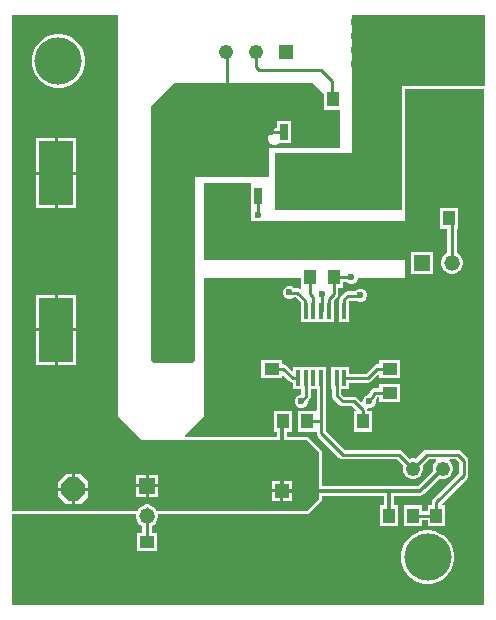
<source format=gtl>
G04*
G04 #@! TF.GenerationSoftware,Altium Limited,Altium Designer,21.6.4 (81)*
G04*
G04 Layer_Physical_Order=1*
G04 Layer_Color=255*
%FSLAX44Y44*%
%MOMM*%
G71*
G04*
G04 #@! TF.SameCoordinates,349311D0-8F54-414D-B441-84A76E2CFB74*
G04*
G04*
G04 #@! TF.FilePolarity,Positive*
G04*
G01*
G75*
%ADD13C,0.2540*%
%ADD16R,0.3556X1.4224*%
%ADD17R,3.0988X2.9972*%
%ADD18R,1.0000X1.2500*%
%ADD19R,1.2500X1.0000*%
%ADD20R,2.8956X5.4102*%
%ADD21R,0.7100X0.5900*%
%ADD22R,4.5200X3.8500*%
G04:AMPARAMS|DCode=42|XSize=1.372mm|YSize=0.71mm|CornerRadius=0mm|HoleSize=0mm|Usage=FLASHONLY|Rotation=270.000|XOffset=0mm|YOffset=0mm|HoleType=Round|Shape=Octagon|*
%AMOCTAGOND42*
4,1,8,-0.1775,-0.6860,0.1775,-0.6860,0.3550,-0.5085,0.3550,0.5085,0.1775,0.6860,-0.1775,0.6860,-0.3550,0.5085,-0.3550,-0.5085,-0.1775,-0.6860,0.0*
%
%ADD42OCTAGOND42*%

%ADD43R,0.7100X1.3720*%
%ADD44C,0.3000*%
%ADD45R,1.2000X1.2000*%
%ADD46C,1.2000*%
%ADD47R,1.3208X1.3208*%
%ADD48C,1.3208*%
%ADD49R,1.3208X1.3208*%
%ADD50C,1.2180*%
%ADD51R,1.2180X1.2180*%
%ADD52C,2.0320*%
%ADD53P,2.1994X8X22.5*%
%ADD54C,0.6000*%
%ADD55C,4.0000*%
G36*
X400209Y440209D02*
X400029Y440029D01*
X330000D01*
X330000Y335029D01*
X222500D01*
Y382529D01*
X287708D01*
Y500029D01*
X400209D01*
X400209Y440209D01*
D02*
G37*
G36*
X400000Y0D02*
X0D01*
Y77410D01*
X104853D01*
X105356Y76754D01*
Y74346D01*
X105979Y72021D01*
X107183Y69936D01*
X108886Y68233D01*
X110616Y67234D01*
Y61290D01*
X105710D01*
Y46210D01*
X123290D01*
Y61290D01*
X118385D01*
Y67234D01*
X120115Y68233D01*
X121817Y69936D01*
X123021Y72021D01*
X123644Y74346D01*
Y76754D01*
X124148Y77410D01*
X250000D01*
X250991Y77607D01*
X251831Y78169D01*
X261831Y88169D01*
X262393Y89009D01*
X262590Y90000D01*
Y92631D01*
X315381D01*
Y84540D01*
X311960D01*
Y66960D01*
X327040D01*
Y84540D01*
X323619D01*
Y92631D01*
X345900D01*
X347476Y92944D01*
X348813Y93837D01*
X362448Y107473D01*
X363764Y107120D01*
X366036D01*
X368231Y107708D01*
X370199Y108844D01*
X371806Y110451D01*
X372942Y112419D01*
X373530Y114614D01*
Y116886D01*
X372942Y119081D01*
X371806Y121049D01*
X370510Y122345D01*
X370949Y123615D01*
X375891D01*
X378615Y120891D01*
Y111609D01*
X356753Y89747D01*
X355911Y88487D01*
X355616Y87000D01*
Y84540D01*
X351960D01*
Y79635D01*
X347040D01*
Y84540D01*
X331960D01*
Y66960D01*
X347040D01*
Y71866D01*
X351960D01*
Y66960D01*
X367040D01*
Y84540D01*
X364330D01*
X363804Y85810D01*
X385247Y107253D01*
X386089Y108513D01*
X386385Y110000D01*
Y122500D01*
X386089Y123987D01*
X385247Y125247D01*
X380247Y130247D01*
X378987Y131089D01*
X377500Y131385D01*
X351250D01*
X349763Y131089D01*
X348503Y130247D01*
X342214Y123958D01*
X340636Y124380D01*
X338364D01*
X336786Y123958D01*
X330497Y130247D01*
X329237Y131089D01*
X327750Y131385D01*
X281609D01*
X265885Y147109D01*
Y155000D01*
Y182650D01*
X266318D01*
Y201954D01*
X238124D01*
Y199029D01*
X236951Y198543D01*
X232747Y202747D01*
X231487Y203589D01*
X230000Y203885D01*
X228790D01*
Y207540D01*
X211210D01*
Y192460D01*
X228790D01*
Y194057D01*
X229963Y194543D01*
X234951Y189555D01*
X236211Y188713D01*
X237698Y188417D01*
X238124D01*
Y182650D01*
X245161D01*
Y178155D01*
X245046Y178040D01*
X243898D01*
X241862Y177197D01*
X240303Y175638D01*
X239460Y173602D01*
Y171398D01*
X240303Y169362D01*
X241862Y167803D01*
X243898Y166960D01*
X246102D01*
X248138Y167803D01*
X249697Y169362D01*
X250540Y171398D01*
Y172546D01*
X251793Y173799D01*
X252635Y175059D01*
X252931Y176546D01*
Y182650D01*
X258115D01*
Y165010D01*
X257040Y164540D01*
Y164540D01*
X241960D01*
Y146960D01*
X257040D01*
Y146960D01*
X258115Y146490D01*
Y145500D01*
X258411Y144013D01*
X259253Y142753D01*
X277253Y124753D01*
X278513Y123911D01*
X280000Y123615D01*
X326141D01*
X331293Y118464D01*
X330870Y116886D01*
Y114614D01*
X331458Y112419D01*
X332594Y110451D01*
X334201Y108844D01*
X336169Y107708D01*
X338364Y107120D01*
X340636D01*
X342831Y107708D01*
X344799Y108844D01*
X346406Y110451D01*
X347542Y112419D01*
X348130Y114614D01*
Y116886D01*
X347707Y118464D01*
X352859Y123615D01*
X358852D01*
X359291Y122345D01*
X357994Y121049D01*
X356858Y119081D01*
X356270Y116886D01*
Y114614D01*
X356623Y113298D01*
X344194Y100869D01*
X262590D01*
Y130000D01*
X262393Y130991D01*
X261831Y131831D01*
X251831Y141831D01*
X250991Y142393D01*
X250000Y142590D01*
X232619D01*
Y146960D01*
X237040D01*
Y164540D01*
X221960D01*
Y146960D01*
X224381D01*
Y142590D01*
X146749D01*
X146263Y143763D01*
X162500Y160000D01*
X162500Y276750D01*
X244960D01*
Y268764D01*
X244048Y267845D01*
X243297Y268348D01*
X241810Y268643D01*
X239191D01*
X238138Y269697D01*
X236102Y270540D01*
X233898D01*
X231862Y269697D01*
X230303Y268138D01*
X229460Y266102D01*
Y263898D01*
X230303Y261862D01*
X231862Y260303D01*
X233898Y259460D01*
X236102D01*
X238138Y260303D01*
X238709Y260874D01*
X240201D01*
X244653Y256422D01*
Y249706D01*
X244728Y249331D01*
Y239546D01*
X272922D01*
Y258482D01*
X275247Y260807D01*
X276089Y262068D01*
X276385Y263554D01*
Y268710D01*
X280040D01*
Y273615D01*
X283550D01*
X284362Y272803D01*
X286398Y271960D01*
X288602D01*
X290638Y272803D01*
X292197Y274362D01*
X293040Y276398D01*
Y276750D01*
X332709D01*
Y292500D01*
X162500D01*
Y357500D01*
X202500D01*
Y355540D01*
X202460D01*
Y336740D01*
X202500D01*
Y325000D01*
X332709D01*
Y437439D01*
X400000D01*
Y0D01*
D02*
G37*
G36*
X264460Y433040D02*
Y419460D01*
X278000D01*
Y386750D01*
X218000D01*
Y362500D01*
X155000D01*
Y207500D01*
X152500Y205000D01*
X120000D01*
X117500Y207500D01*
Y422500D01*
X137500Y442500D01*
X255000D01*
X264460Y433040D01*
D02*
G37*
G36*
X90000Y160000D02*
X110000Y140000D01*
X250000D01*
X260000Y130000D01*
Y90000D01*
X250000Y80000D01*
X122490D01*
X121817Y81165D01*
X120115Y82867D01*
X118030Y84071D01*
X117740Y84148D01*
X117247Y84887D01*
X115987Y85729D01*
X114500Y86025D01*
X113013Y85729D01*
X111753Y84887D01*
X111260Y84148D01*
X110971Y84071D01*
X108886Y82867D01*
X107183Y81165D01*
X106511Y80000D01*
X0D01*
Y500000D01*
X90000D01*
Y160000D01*
D02*
G37*
%LPC*%
G36*
X377540Y336290D02*
X362460D01*
Y318710D01*
X368815D01*
Y298316D01*
X367085Y297317D01*
X365383Y295614D01*
X364179Y293529D01*
X363556Y291204D01*
Y288796D01*
X364179Y286471D01*
X365383Y284386D01*
X367085Y282683D01*
X369170Y281479D01*
X371496Y280856D01*
X373904D01*
X376229Y281479D01*
X378315Y282683D01*
X380017Y284386D01*
X381221Y286471D01*
X381844Y288796D01*
Y291204D01*
X381221Y293529D01*
X380017Y295614D01*
X378315Y297317D01*
X376585Y298316D01*
Y318710D01*
X377540D01*
Y336290D01*
D02*
G37*
G36*
X356444Y299144D02*
X338156D01*
Y280856D01*
X356444D01*
Y299144D01*
D02*
G37*
G36*
X296102Y268040D02*
X293898D01*
X291862Y267197D01*
X290388Y265723D01*
X284338D01*
X282851Y265427D01*
X281591Y264585D01*
X278811Y261805D01*
X277969Y260545D01*
X277673Y259058D01*
Y258850D01*
X277240D01*
Y239546D01*
X285876D01*
Y257882D01*
X285947Y257953D01*
X291712D01*
X291862Y257803D01*
X293898Y256960D01*
X296102D01*
X298138Y257803D01*
X299697Y259362D01*
X300540Y261398D01*
Y263602D01*
X299697Y265638D01*
X298138Y267197D01*
X296102Y268040D01*
D02*
G37*
G36*
X328790Y207540D02*
X311210D01*
Y203885D01*
X309329D01*
X307842Y203589D01*
X306582Y202747D01*
X300022Y196187D01*
X285876D01*
Y201954D01*
X270636D01*
Y182650D01*
X271069D01*
Y177546D01*
X271365Y176059D01*
X272207Y174799D01*
X277253Y169753D01*
X278513Y168911D01*
X280000Y168615D01*
X288110D01*
X291012Y165714D01*
X290525Y164540D01*
X289460D01*
Y146960D01*
X304540D01*
Y164540D01*
X300885D01*
Y165219D01*
X300759Y165850D01*
X300922Y166133D01*
X301830Y166960D01*
X303602D01*
X305638Y167803D01*
X307197Y169362D01*
X308040Y171398D01*
Y173483D01*
X308451Y173893D01*
X309293Y175154D01*
X309484Y176115D01*
X311210D01*
Y172460D01*
X328790D01*
Y187540D01*
X311210D01*
Y183885D01*
X307500D01*
X306013Y183589D01*
X304753Y182747D01*
X302957Y180951D01*
X302115Y179690D01*
X301830Y178260D01*
X301610Y178040D01*
X301398D01*
X299362Y177197D01*
X297803Y175638D01*
X296960Y173602D01*
Y172549D01*
X295690Y172022D01*
X292466Y175247D01*
X291205Y176089D01*
X289719Y176385D01*
X281609D01*
X278839Y179155D01*
Y182650D01*
X285876D01*
Y188417D01*
X301631D01*
X303117Y188713D01*
X304377Y189555D01*
X309940Y195118D01*
X311210Y194592D01*
Y192460D01*
X328790D01*
Y207540D01*
D02*
G37*
G36*
X354220Y63290D02*
X349780D01*
X345425Y62424D01*
X341323Y60725D01*
X337632Y58258D01*
X334492Y55118D01*
X332025Y51427D01*
X330326Y47325D01*
X329460Y42970D01*
Y38530D01*
X330326Y34176D01*
X332025Y30073D01*
X334492Y26382D01*
X337632Y23242D01*
X341323Y20775D01*
X345425Y19076D01*
X349780Y18210D01*
X354220D01*
X358575Y19076D01*
X362677Y20775D01*
X366368Y23242D01*
X369508Y26382D01*
X371975Y30073D01*
X373674Y34176D01*
X374540Y38530D01*
Y42970D01*
X373674Y47325D01*
X371975Y51427D01*
X369508Y55118D01*
X366368Y58258D01*
X362677Y60725D01*
X358575Y62424D01*
X354220Y63290D01*
D02*
G37*
G36*
X236540Y409760D02*
X224360D01*
Y404221D01*
X222994Y403949D01*
X221733Y403107D01*
X220245Y401619D01*
X219403Y400359D01*
X219249Y399584D01*
X217803Y398138D01*
X216960Y396102D01*
Y393898D01*
X217803Y391862D01*
X219362Y390303D01*
X221398Y389460D01*
X223602D01*
X225638Y390303D01*
X226295Y390960D01*
X236540D01*
Y409760D01*
D02*
G37*
G36*
X41720Y483290D02*
X37280D01*
X32926Y482424D01*
X28823Y480725D01*
X25132Y478258D01*
X21992Y475118D01*
X19525Y471427D01*
X17826Y467325D01*
X16960Y462970D01*
Y458530D01*
X17826Y454175D01*
X19525Y450073D01*
X21992Y446382D01*
X25132Y443242D01*
X28823Y440775D01*
X32926Y439076D01*
X37280Y438210D01*
X41720D01*
X46075Y439076D01*
X50177Y440775D01*
X53868Y443242D01*
X57008Y446382D01*
X59475Y450073D01*
X61174Y454175D01*
X62040Y458530D01*
Y462970D01*
X61174Y467325D01*
X59475Y471427D01*
X57008Y475118D01*
X53868Y478258D01*
X50177Y480725D01*
X46075Y482424D01*
X41720Y483290D01*
D02*
G37*
G36*
X54488Y395341D02*
X38740D01*
Y367020D01*
X54488D01*
Y395341D01*
D02*
G37*
G36*
X36200D02*
X20452D01*
Y367020D01*
X36200D01*
Y395341D01*
D02*
G37*
G36*
X54488Y364480D02*
X38740D01*
Y336159D01*
X54488D01*
Y364480D01*
D02*
G37*
G36*
X36200D02*
X20452D01*
Y336159D01*
X36200D01*
Y364480D01*
D02*
G37*
G36*
X54488Y262841D02*
X38740D01*
Y234520D01*
X54488D01*
Y262841D01*
D02*
G37*
G36*
X36200D02*
X20452D01*
Y234520D01*
X36200D01*
Y262841D01*
D02*
G37*
G36*
X54488Y231980D02*
X38740D01*
Y203659D01*
X54488D01*
Y231980D01*
D02*
G37*
G36*
X36200D02*
X20452D01*
Y203659D01*
X36200D01*
Y231980D01*
D02*
G37*
G36*
X123644Y110094D02*
X115770D01*
Y102220D01*
X123644D01*
Y110094D01*
D02*
G37*
G36*
X113230D02*
X105356D01*
Y102220D01*
X113230D01*
Y110094D01*
D02*
G37*
G36*
X58350Y110950D02*
X53270D01*
Y99520D01*
X64700D01*
Y104600D01*
X58350Y110950D01*
D02*
G37*
G36*
X50730D02*
X45650D01*
X39300Y104600D01*
Y99520D01*
X50730D01*
Y110950D01*
D02*
G37*
G36*
X237040Y105290D02*
X229770D01*
Y98020D01*
X237040D01*
Y105290D01*
D02*
G37*
G36*
X227230D02*
X219960D01*
Y98020D01*
X227230D01*
Y105290D01*
D02*
G37*
G36*
X123644Y99680D02*
X115770D01*
Y91806D01*
X123644D01*
Y99680D01*
D02*
G37*
G36*
X113230D02*
X105356D01*
Y91806D01*
X113230D01*
Y99680D01*
D02*
G37*
G36*
X237040Y95480D02*
X229770D01*
Y88210D01*
X237040D01*
Y95480D01*
D02*
G37*
G36*
X227230D02*
X219960D01*
Y88210D01*
X227230D01*
Y95480D01*
D02*
G37*
G36*
X64700Y96980D02*
X53270D01*
Y85550D01*
X58350D01*
X64700Y91900D01*
Y96980D01*
D02*
G37*
G36*
X50730D02*
X39300D01*
Y91900D01*
X45650Y85550D01*
X50730D01*
Y96980D01*
D02*
G37*
%LPD*%
D13*
X219403Y400359D02*
X230449D01*
X230450Y400360D01*
X235000Y265000D02*
X235241Y264759D01*
X241810D01*
X248538Y258031D01*
X262233Y263568D02*
X262465Y263801D01*
X262233Y249431D02*
Y263568D01*
X281558Y259058D02*
X284338Y261838D01*
X294338D02*
X295000Y262500D01*
X284338Y261838D02*
X294338D01*
X370000Y327500D02*
X372700Y324800D01*
Y290000D02*
Y324800D01*
X302500Y172500D02*
Y173436D01*
X305704Y176640D01*
Y178204D01*
X307500Y180000D01*
X320000D01*
X271354Y428250D02*
Y443896D01*
X272000Y428250D02*
X272750Y427500D01*
X272500Y277500D02*
X287500D01*
X248538Y249706D02*
Y258031D01*
X281558Y249198D02*
Y259058D01*
X272500Y263554D02*
Y277500D01*
X268604Y259658D02*
X272500Y263554D01*
X268604Y249198D02*
Y259658D01*
X301631Y192302D02*
X309329Y200000D01*
X320000D01*
X280000Y172500D02*
X289719D01*
X297000Y155750D02*
Y165219D01*
X289719Y172500D02*
X297000Y165219D01*
X262000Y145500D02*
X280000Y127500D01*
X327750D01*
X339500Y115750D01*
X220000Y200000D02*
X230000D01*
X220000Y200000D02*
X220000Y200000D01*
X237698Y192302D02*
X242442D01*
X230000Y200000D02*
X237698Y192302D01*
X249046Y176546D02*
Y192302D01*
X245000Y172500D02*
X249046Y176546D01*
X245000Y172500D02*
X245000D01*
X351250Y127500D02*
X377500D01*
X339500Y115750D02*
X351250Y127500D01*
X377500D02*
X382500Y122500D01*
Y110000D02*
Y122500D01*
X359500Y87000D02*
X382500Y110000D01*
X359500Y75750D02*
Y87000D01*
X339500Y75750D02*
X359500D01*
X262000Y155000D02*
Y192302D01*
Y145500D02*
Y155000D01*
X261250Y155750D02*
X262000Y155000D01*
X249500Y155750D02*
X261250D01*
X266607Y207857D02*
X270750Y212000D01*
X268630Y192328D02*
Y205783D01*
X268655Y205808D01*
X268604Y192302D02*
X268630Y192328D01*
X281558Y192302D02*
X301631D01*
X274954Y177546D02*
X280000Y172500D01*
X274954Y177546D02*
Y192302D01*
X248538Y249706D02*
X249046Y249198D01*
X255396D02*
Y260589D01*
X262000Y249198D02*
X262233Y249431D01*
X252500Y263485D02*
X255396Y260589D01*
X252500Y263485D02*
Y277500D01*
X208511Y330768D02*
X208530Y330788D01*
X268550Y400360D02*
X268940Y400750D01*
X208530Y330788D02*
Y346121D01*
X182375Y406175D02*
X183150Y405400D01*
X208530Y346121D02*
X208550Y346140D01*
X262000Y453250D02*
X271354Y443896D01*
X209500Y453250D02*
X262000D01*
X181600Y468250D02*
X182375Y467475D01*
X207000Y455750D02*
X209500Y453250D01*
X207000Y455750D02*
Y468250D01*
X182375Y406175D02*
Y467475D01*
X114500Y53750D02*
Y82140D01*
D16*
X242442Y192302D02*
D03*
X249046D02*
D03*
X255396D02*
D03*
X262000D02*
D03*
X268604D02*
D03*
X274954D02*
D03*
X281558D02*
D03*
Y249198D02*
D03*
X274954D02*
D03*
X268604D02*
D03*
X262000D02*
D03*
X255396D02*
D03*
X249046D02*
D03*
X242442D02*
D03*
D17*
X262000Y220750D02*
D03*
D18*
X252500Y277500D02*
D03*
X272500D02*
D03*
X379500Y75750D02*
D03*
X359500D02*
D03*
X339500D02*
D03*
X319500D02*
D03*
X272000Y428250D02*
D03*
X252000D02*
D03*
X370000Y327500D02*
D03*
X350000D02*
D03*
X229500Y155750D02*
D03*
X249500D02*
D03*
X297000Y155750D02*
D03*
X277000D02*
D03*
X339500Y348250D02*
D03*
X319500D02*
D03*
X339500Y368250D02*
D03*
X319500D02*
D03*
D19*
X220000Y200000D02*
D03*
Y180000D02*
D03*
X114500Y53750D02*
D03*
Y33750D02*
D03*
X320000Y180000D02*
D03*
Y200000D02*
D03*
D20*
X136530Y365750D02*
D03*
X37470D02*
D03*
X136530Y233250D02*
D03*
X37470D02*
D03*
D21*
X170450Y405400D02*
D03*
X183150D02*
D03*
X195850D02*
D03*
X208550D02*
D03*
X230450Y341100D02*
D03*
X243150D02*
D03*
X255850D02*
D03*
X268550D02*
D03*
D22*
X189500Y383250D02*
D03*
X249500Y363250D02*
D03*
D42*
X170450Y346140D02*
D03*
X268550Y400360D02*
D03*
D43*
X195850Y346140D02*
D03*
X183150D02*
D03*
X208550D02*
D03*
X230450Y400360D02*
D03*
X255850D02*
D03*
X243150D02*
D03*
D44*
X319500Y75750D02*
Y96750D01*
X319500Y96750D01*
X345900D02*
X364900Y115750D01*
X319500Y96750D02*
X345900D01*
X228500D02*
X319500D01*
X228500D02*
Y157204D01*
D45*
Y96750D02*
D03*
D46*
Y46750D02*
D03*
D47*
X347300Y290000D02*
D03*
D48*
X372700D02*
D03*
X114500Y75550D02*
D03*
D49*
Y100950D02*
D03*
D50*
X364900Y115750D02*
D03*
X339500D02*
D03*
X181600Y468250D02*
D03*
X207000D02*
D03*
D51*
X314100Y115750D02*
D03*
X232400Y468250D02*
D03*
D52*
X52000Y48250D02*
D03*
X344500Y463250D02*
D03*
D53*
X52000Y98250D02*
D03*
X344500Y413250D02*
D03*
D54*
X130146Y428580D02*
D03*
X165764Y438470D02*
D03*
Y428470D02*
D03*
Y418470D02*
D03*
X153891D02*
D03*
Y428470D02*
D03*
Y438470D02*
D03*
X142018Y418470D02*
D03*
Y428470D02*
D03*
Y438470D02*
D03*
X130146Y418580D02*
D03*
X165764Y428470D02*
D03*
X201382Y438360D02*
D03*
Y428360D02*
D03*
Y418360D02*
D03*
X189509D02*
D03*
Y428360D02*
D03*
Y438360D02*
D03*
X177637Y418360D02*
D03*
Y428360D02*
D03*
Y438360D02*
D03*
X165764Y418470D02*
D03*
Y438470D02*
D03*
X219403Y400359D02*
D03*
X126890Y290132D02*
D03*
X235000Y265000D02*
D03*
X262465Y263801D02*
D03*
X295000Y262500D02*
D03*
X360000Y203755D02*
D03*
X350000D02*
D03*
X340000D02*
D03*
Y215627D02*
D03*
X350000D02*
D03*
X340000Y227500D02*
D03*
X350000Y215627D02*
D03*
X349890Y180009D02*
D03*
X339890D02*
D03*
Y191882D02*
D03*
X349890D02*
D03*
X359890D02*
D03*
X339890Y203755D02*
D03*
X349890D02*
D03*
X359890D02*
D03*
X340000Y215627D02*
D03*
X329890Y236882D02*
D03*
X320000Y272500D02*
D03*
X330000D02*
D03*
X340000D02*
D03*
Y260627D02*
D03*
X330000D02*
D03*
X320000D02*
D03*
X340000Y248755D02*
D03*
X330000D02*
D03*
X320000D02*
D03*
X339890Y236882D02*
D03*
X319890D02*
D03*
D03*
X310000Y272500D02*
D03*
X320000D02*
D03*
X330000D02*
D03*
Y260627D02*
D03*
X320000D02*
D03*
X310000D02*
D03*
X330000Y248755D02*
D03*
X320000D02*
D03*
X310000D02*
D03*
X329890Y236882D02*
D03*
X309890D02*
D03*
X179890Y154382D02*
D03*
X170000Y190000D02*
D03*
X180000D02*
D03*
X190000D02*
D03*
Y178127D02*
D03*
X180000D02*
D03*
X170000D02*
D03*
X190000Y166255D02*
D03*
X180000D02*
D03*
X170000D02*
D03*
X189890Y154382D02*
D03*
X169890D02*
D03*
X180110Y225618D02*
D03*
X190000Y190000D02*
D03*
X180000D02*
D03*
X170000D02*
D03*
Y201873D02*
D03*
X180000D02*
D03*
X190000D02*
D03*
X170000Y213745D02*
D03*
X180000D02*
D03*
X190000D02*
D03*
X170110Y225618D02*
D03*
X190110D02*
D03*
X302500Y172500D02*
D03*
Y347500D02*
D03*
X287500Y277500D02*
D03*
X267000Y395750D02*
D03*
X190000Y258745D02*
D03*
X180000Y246873D02*
D03*
X180110Y270618D02*
D03*
X190000Y246873D02*
D03*
X190110Y270618D02*
D03*
X200000Y246873D02*
D03*
Y258745D02*
D03*
X180000Y258745D02*
D03*
X256783Y235808D02*
D03*
X256783Y225808D02*
D03*
X268655Y235808D02*
D03*
X280528Y225808D02*
D03*
Y215808D02*
D03*
X256783D02*
D03*
X280528Y235808D02*
D03*
X244910Y225918D02*
D03*
X268655Y225808D02*
D03*
X244910Y235918D02*
D03*
X244910Y215918D02*
D03*
X268655Y215808D02*
D03*
X280528Y205808D02*
D03*
X256783D02*
D03*
X244910Y205918D02*
D03*
X268655Y205808D02*
D03*
X170110Y270618D02*
D03*
X146890Y313877D02*
D03*
X136890Y302005D02*
D03*
X146890Y290132D02*
D03*
Y302005D02*
D03*
X170000Y246873D02*
D03*
X136890Y290132D02*
D03*
X126890Y302005D02*
D03*
X170000Y258745D02*
D03*
X126890Y313877D02*
D03*
X136890D02*
D03*
X180000Y235000D02*
D03*
X208511Y330768D02*
D03*
X190000Y235000D02*
D03*
X200000Y235000D02*
D03*
X370000Y203755D02*
D03*
X379890Y191882D02*
D03*
X369890Y191882D02*
D03*
X380000Y203755D02*
D03*
X209500Y400750D02*
D03*
X232000Y378250D02*
D03*
X199175Y400750D02*
D03*
Y380750D02*
D03*
Y390750D02*
D03*
X209500Y380750D02*
D03*
Y390750D02*
D03*
X225127Y438250D02*
D03*
Y418250D02*
D03*
X237000D02*
D03*
Y428250D02*
D03*
X225127D02*
D03*
X237000Y438250D02*
D03*
X201382Y428360D02*
D03*
Y418360D02*
D03*
X213255Y428250D02*
D03*
Y418250D02*
D03*
Y438250D02*
D03*
X250750Y378250D02*
D03*
X257000Y407623D02*
D03*
Y395750D02*
D03*
X247000Y407623D02*
D03*
X247000Y418250D02*
D03*
X247000Y395750D02*
D03*
X241375Y378250D02*
D03*
X289610Y493868D02*
D03*
X127000Y325750D02*
D03*
X299610Y493868D02*
D03*
X241375Y370750D02*
D03*
X250750D02*
D03*
X232000D02*
D03*
X309500Y458250D02*
D03*
X201382Y438360D02*
D03*
X209500Y370750D02*
D03*
X188849Y400750D02*
D03*
X199175Y370750D02*
D03*
X232000Y355750D02*
D03*
X250750Y348250D02*
D03*
X241375Y355750D02*
D03*
Y363250D02*
D03*
X269500Y355750D02*
D03*
X232000Y363250D02*
D03*
Y348250D02*
D03*
X241375D02*
D03*
X260125D02*
D03*
Y363250D02*
D03*
X269500Y348250D02*
D03*
Y363250D02*
D03*
X250750Y355750D02*
D03*
X260125D02*
D03*
X250750Y363250D02*
D03*
X319500Y458250D02*
D03*
Y481996D02*
D03*
Y470123D02*
D03*
X309500Y481996D02*
D03*
X309610Y493868D02*
D03*
X309500Y470123D02*
D03*
X148873Y43140D02*
D03*
X269500Y45750D02*
D03*
X172618Y53140D02*
D03*
X269500Y35750D02*
D03*
X160746Y43140D02*
D03*
X160746Y53140D02*
D03*
X148873Y33140D02*
D03*
X172618D02*
D03*
X160746D02*
D03*
X172618Y43140D02*
D03*
X188849Y390750D02*
D03*
Y370750D02*
D03*
Y380750D02*
D03*
X178524Y390750D02*
D03*
Y370750D02*
D03*
Y380750D02*
D03*
X168199Y370750D02*
D03*
X160746Y23140D02*
D03*
X137000Y23250D02*
D03*
X147000Y325750D02*
D03*
X137000Y43250D02*
D03*
Y325750D02*
D03*
X178524Y400750D02*
D03*
X172618Y23140D02*
D03*
X148873D02*
D03*
X137000Y33250D02*
D03*
X305118Y25640D02*
D03*
Y45640D02*
D03*
X293246D02*
D03*
Y35640D02*
D03*
Y25640D02*
D03*
X305118Y35640D02*
D03*
X170000Y235000D02*
D03*
X148873Y53140D02*
D03*
X137000Y53250D02*
D03*
X369890Y180009D02*
D03*
X379890Y180009D02*
D03*
Y168136D02*
D03*
X359890Y180009D02*
D03*
X281373Y35640D02*
D03*
Y45640D02*
D03*
X281373Y55640D02*
D03*
X269500Y55750D02*
D03*
X289500Y481996D02*
D03*
Y458250D02*
D03*
Y470123D02*
D03*
X299500D02*
D03*
X267000Y407623D02*
D03*
X260125Y378250D02*
D03*
X257000Y418250D02*
D03*
X260125Y370750D02*
D03*
X269500D02*
D03*
X299500Y481996D02*
D03*
X269500Y378250D02*
D03*
X299500Y458250D02*
D03*
X134500Y385750D02*
D03*
Y409496D02*
D03*
X124500Y397623D02*
D03*
Y385750D02*
D03*
X144500Y409496D02*
D03*
Y397623D02*
D03*
Y385750D02*
D03*
X168199Y380750D02*
D03*
X134500Y397623D02*
D03*
X168199Y400750D02*
D03*
X124500Y409496D02*
D03*
X168199Y390750D02*
D03*
X305118Y55640D02*
D03*
X293246D02*
D03*
X359890Y168136D02*
D03*
X349890D02*
D03*
X319610Y493868D02*
D03*
X281373Y25640D02*
D03*
X245000Y172500D02*
D03*
X269500Y25750D02*
D03*
X369890Y168136D02*
D03*
D55*
X352000Y40750D02*
D03*
X39500Y460750D02*
D03*
M02*

</source>
